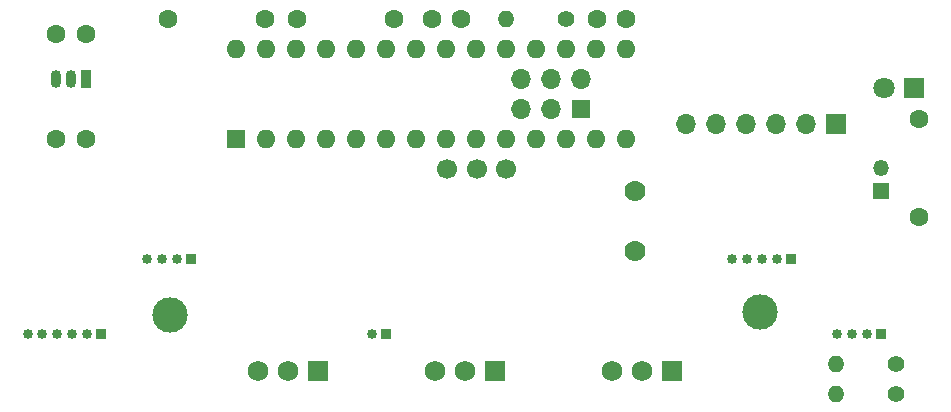
<source format=gts>
G04 #@! TF.FileFunction,Soldermask,Top*
%FSLAX46Y46*%
G04 Gerber Fmt 4.6, Leading zero omitted, Abs format (unit mm)*
G04 Created by KiCad (PCBNEW 4.0.6) date 06/26/19 10:16:45*
%MOMM*%
%LPD*%
G01*
G04 APERTURE LIST*
%ADD10C,0.100000*%
%ADD11C,1.778000*%
%ADD12C,1.750000*%
%ADD13R,1.750000X1.750000*%
%ADD14R,0.850000X0.850000*%
%ADD15C,0.850000*%
%ADD16R,1.700000X1.700000*%
%ADD17O,1.700000X1.700000*%
%ADD18C,1.400000*%
%ADD19O,1.400000X1.400000*%
%ADD20R,1.600000X1.600000*%
%ADD21O,1.600000X1.600000*%
%ADD22C,1.600000*%
%ADD23C,1.700000*%
%ADD24R,1.800000X1.800000*%
%ADD25C,1.800000*%
%ADD26C,3.000000*%
%ADD27O,0.900000X1.500000*%
%ADD28R,0.900000X1.500000*%
%ADD29R,1.350000X1.350000*%
%ADD30O,1.350000X1.350000*%
G04 APERTURE END LIST*
D10*
D11*
X185420000Y-109220000D03*
X185420000Y-104140000D03*
D12*
X168418000Y-119365000D03*
X170958000Y-119365000D03*
D13*
X173498000Y-119365000D03*
D14*
X140208000Y-116205000D03*
D15*
X138958000Y-116205000D03*
X137708000Y-116205000D03*
X136458000Y-116205000D03*
X135208000Y-116205000D03*
X133958000Y-116205000D03*
D14*
X198628000Y-109855000D03*
D15*
X197378000Y-109855000D03*
X196128000Y-109855000D03*
X194878000Y-109855000D03*
X193628000Y-109855000D03*
D14*
X147828000Y-109855000D03*
D15*
X146578000Y-109855000D03*
X145328000Y-109855000D03*
X144078000Y-109855000D03*
D16*
X202438000Y-98425000D03*
D17*
X199898000Y-98425000D03*
X197358000Y-98425000D03*
X194818000Y-98425000D03*
X192278000Y-98425000D03*
X189738000Y-98425000D03*
D18*
X207478000Y-118745000D03*
D19*
X202398000Y-118745000D03*
D12*
X153418000Y-119365000D03*
X155958000Y-119365000D03*
D13*
X158498000Y-119365000D03*
D20*
X151638000Y-99695000D03*
D21*
X184658000Y-92075000D03*
X154178000Y-99695000D03*
X182118000Y-92075000D03*
X156718000Y-99695000D03*
X179578000Y-92075000D03*
X159258000Y-99695000D03*
X177038000Y-92075000D03*
X161798000Y-99695000D03*
X174498000Y-92075000D03*
X164338000Y-99695000D03*
X171958000Y-92075000D03*
X166878000Y-99695000D03*
X169418000Y-92075000D03*
X169418000Y-99695000D03*
X166878000Y-92075000D03*
X171958000Y-99695000D03*
X164338000Y-92075000D03*
X174498000Y-99695000D03*
X161798000Y-92075000D03*
X177038000Y-99695000D03*
X159258000Y-92075000D03*
X179578000Y-99695000D03*
X156718000Y-92075000D03*
X182118000Y-99695000D03*
X154178000Y-92075000D03*
X184658000Y-99695000D03*
X151638000Y-92075000D03*
D22*
X154047000Y-89535000D03*
X145797000Y-89535000D03*
D23*
X174498000Y-102235000D03*
X171998000Y-102235000D03*
X169498000Y-102235000D03*
D22*
X136398000Y-90805000D03*
X138898000Y-90805000D03*
X136398000Y-99695000D03*
X138898000Y-99695000D03*
D24*
X208998000Y-95365000D03*
D25*
X206458000Y-95365000D03*
D14*
X164338000Y-116205000D03*
D15*
X163088000Y-116205000D03*
D26*
X195998000Y-114365000D03*
X145998000Y-114619000D03*
D27*
X137668000Y-94615000D03*
X136398000Y-94615000D03*
D28*
X138938000Y-94615000D03*
D22*
X170688000Y-89535000D03*
X168188000Y-89535000D03*
X156722000Y-89535000D03*
X164972000Y-89535000D03*
X209423000Y-106295000D03*
X209423000Y-98045000D03*
X184658000Y-89535000D03*
X182158000Y-89535000D03*
D18*
X179538000Y-89535000D03*
D19*
X174458000Y-89535000D03*
D12*
X183418000Y-119365000D03*
X185958000Y-119365000D03*
D13*
X188498000Y-119365000D03*
D18*
X207478000Y-121285000D03*
D19*
X202398000Y-121285000D03*
D20*
X180848000Y-97155000D03*
D17*
X180848000Y-94615000D03*
X178308000Y-97155000D03*
X178308000Y-94615000D03*
X175768000Y-97155000D03*
X175768000Y-94615000D03*
D14*
X206248000Y-116205000D03*
D15*
X204998000Y-116205000D03*
X203748000Y-116205000D03*
X202498000Y-116205000D03*
D29*
X206248000Y-104140000D03*
D30*
X206248000Y-102140000D03*
M02*

</source>
